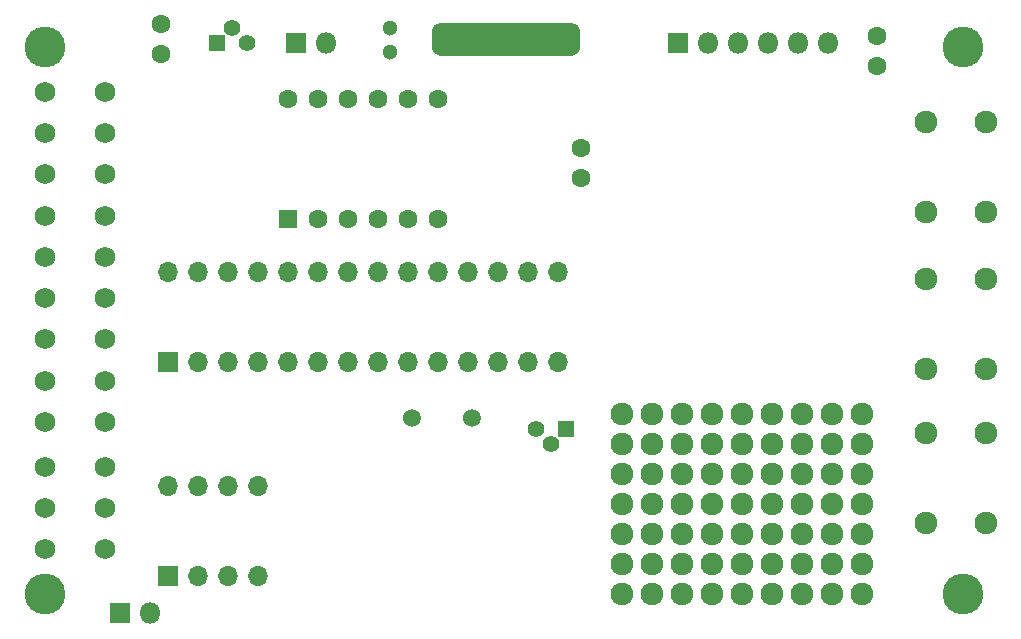
<source format=gbr>
%TF.GenerationSoftware,KiCad,Pcbnew,(5.1.6)-1*%
%TF.CreationDate,2021-02-06T11:25:37-03:00*%
%TF.ProjectId,GaroaRelogio,4761726f-6152-4656-9c6f-67696f2e6b69,rev?*%
%TF.SameCoordinates,Original*%
%TF.FileFunction,Soldermask,Bot*%
%TF.FilePolarity,Negative*%
%FSLAX46Y46*%
G04 Gerber Fmt 4.6, Leading zero omitted, Abs format (unit mm)*
G04 Created by KiCad (PCBNEW (5.1.6)-1) date 2021-02-06 11:25:37*
%MOMM*%
%LPD*%
G01*
G04 APERTURE LIST*
%ADD10C,1.928800*%
%ADD11R,1.600000X1.600000*%
%ADD12C,1.600000*%
%ADD13R,1.400000X1.400000*%
%ADD14C,1.400000*%
%ADD15C,1.522400*%
%ADD16R,1.800000X1.800000*%
%ADD17O,1.800000X1.800000*%
%ADD18C,1.300000*%
%ADD19R,1.700000X1.700000*%
%ADD20O,1.700000X1.700000*%
%ADD21C,1.751000*%
%ADD22C,3.452800*%
G04 APERTURE END LIST*
%TO.C,PAD*%
G36*
G01*
X131812500Y-61012500D02*
X131812500Y-59637500D01*
G75*
G02*
X132500000Y-58950000I687500J0D01*
G01*
X143725000Y-58950000D01*
G75*
G02*
X144412500Y-59637500I0J-687500D01*
G01*
X144412500Y-61012500D01*
G75*
G02*
X143725000Y-61700000I-687500J0D01*
G01*
X132500000Y-61700000D01*
G75*
G02*
X131812500Y-61012500I0J687500D01*
G01*
G37*
%TD*%
D10*
%TO.C,PAD*%
X168275000Y-107315000D03*
%TD*%
%TO.C,PAD*%
X150495000Y-107315000D03*
%TD*%
%TO.C,PAD*%
X153035000Y-107315000D03*
%TD*%
%TO.C,PAD*%
X163195000Y-107315000D03*
%TD*%
%TO.C,PAD*%
X160655000Y-107315000D03*
%TD*%
%TO.C,PAD*%
X147955000Y-107315000D03*
%TD*%
%TO.C,PAD*%
X165735000Y-107315000D03*
%TD*%
%TO.C,PAD*%
X158115000Y-107315000D03*
%TD*%
%TO.C,PAD*%
X155575000Y-107315000D03*
%TD*%
%TO.C,PAD*%
X168275000Y-104775000D03*
%TD*%
%TO.C,PAD*%
X150495000Y-104775000D03*
%TD*%
%TO.C,PAD*%
X153035000Y-104775000D03*
%TD*%
%TO.C,PAD*%
X163195000Y-104775000D03*
%TD*%
%TO.C,PAD*%
X160655000Y-104775000D03*
%TD*%
%TO.C,PAD*%
X147955000Y-104775000D03*
%TD*%
%TO.C,PAD*%
X165735000Y-104775000D03*
%TD*%
%TO.C,PAD*%
X158115000Y-104775000D03*
%TD*%
%TO.C,PAD*%
X155575000Y-104775000D03*
%TD*%
%TO.C,PAD*%
X168275000Y-102235000D03*
%TD*%
%TO.C,PAD*%
X150495000Y-102235000D03*
%TD*%
%TO.C,PAD*%
X153035000Y-102235000D03*
%TD*%
%TO.C,PAD*%
X163195000Y-102235000D03*
%TD*%
%TO.C,PAD*%
X160655000Y-102235000D03*
%TD*%
%TO.C,PAD*%
X147955000Y-102235000D03*
%TD*%
%TO.C,PAD*%
X165735000Y-102235000D03*
%TD*%
%TO.C,PAD*%
X158115000Y-102235000D03*
%TD*%
%TO.C,PAD*%
X155575000Y-102235000D03*
%TD*%
%TO.C,PAD*%
X168275000Y-99695000D03*
%TD*%
%TO.C,PAD*%
X150495000Y-99695000D03*
%TD*%
%TO.C,PAD*%
X153035000Y-99695000D03*
%TD*%
%TO.C,PAD*%
X163195000Y-99695000D03*
%TD*%
%TO.C,PAD*%
X160655000Y-99695000D03*
%TD*%
%TO.C,PAD*%
X147955000Y-99695000D03*
%TD*%
%TO.C,PAD*%
X165735000Y-99695000D03*
%TD*%
%TO.C,PAD*%
X158115000Y-99695000D03*
%TD*%
%TO.C,PAD*%
X155575000Y-99695000D03*
%TD*%
%TO.C,PAD*%
X168275000Y-97155000D03*
%TD*%
%TO.C,PAD*%
X150495000Y-97155000D03*
%TD*%
%TO.C,PAD*%
X153035000Y-97155000D03*
%TD*%
%TO.C,PAD*%
X163195000Y-97155000D03*
%TD*%
%TO.C,PAD*%
X160655000Y-97155000D03*
%TD*%
%TO.C,PAD*%
X147955000Y-97155000D03*
%TD*%
%TO.C,PAD*%
X165735000Y-97155000D03*
%TD*%
%TO.C,PAD*%
X158115000Y-97155000D03*
%TD*%
%TO.C,PAD*%
X155575000Y-97155000D03*
%TD*%
%TO.C,PAD*%
X168275000Y-94615000D03*
%TD*%
%TO.C,PAD*%
X150495000Y-94615000D03*
%TD*%
%TO.C,PAD*%
X153035000Y-94615000D03*
%TD*%
%TO.C,PAD*%
X155575000Y-94615000D03*
%TD*%
%TO.C,PAD*%
X158115000Y-94615000D03*
%TD*%
%TO.C,PAD*%
X165735000Y-94615000D03*
%TD*%
%TO.C,PAD*%
X147955000Y-94615000D03*
%TD*%
%TO.C,PAD*%
X160655000Y-94615000D03*
%TD*%
%TO.C,PAD*%
X163195000Y-94615000D03*
%TD*%
%TO.C,PAD*%
X168275000Y-92075000D03*
%TD*%
%TO.C,PAD*%
X165735000Y-92075000D03*
%TD*%
%TO.C,PAD*%
X163195000Y-92075000D03*
%TD*%
%TO.C,PAD*%
X160655000Y-92075000D03*
%TD*%
%TO.C,PAD*%
X158115000Y-92075000D03*
%TD*%
%TO.C,PAD*%
X155575000Y-92075000D03*
%TD*%
%TO.C,PAD*%
X153035000Y-92075000D03*
%TD*%
%TO.C,PAD*%
X150495000Y-92075000D03*
%TD*%
%TO.C,PAD*%
X147955000Y-92075000D03*
%TD*%
D11*
%TO.C,DSP1*%
X119697500Y-75565000D03*
D12*
X122237500Y-75565000D03*
X124777500Y-75565000D03*
X127317500Y-75565000D03*
X129857500Y-75565000D03*
X132397500Y-75565000D03*
X132397500Y-65405000D03*
X129857500Y-65405000D03*
X127317500Y-65405000D03*
X124777500Y-65405000D03*
X122237500Y-65405000D03*
X119697500Y-65405000D03*
%TD*%
D13*
%TO.C,Q1*%
X143192500Y-93345000D03*
D14*
X140652500Y-93345000D03*
X141922500Y-94615000D03*
%TD*%
D10*
%TO.C,SW1*%
X173672500Y-67310000D03*
X178752500Y-67310000D03*
X173672500Y-74930000D03*
X178752500Y-74930000D03*
%TD*%
D15*
%TO.C,X1*%
X130175000Y-92392500D03*
X135255000Y-92392500D03*
%TD*%
D16*
%TO.C,BZ1*%
X105410000Y-108902500D03*
D17*
X107950000Y-108902500D03*
%TD*%
D12*
%TO.C,C1*%
X144462500Y-72072500D03*
X144462500Y-69532500D03*
%TD*%
D18*
%TO.C,C2*%
X128270000Y-59372500D03*
X128270000Y-61372500D03*
%TD*%
D12*
%TO.C,C3*%
X108902500Y-59055000D03*
X108902500Y-61595000D03*
%TD*%
%TO.C,C7*%
X169545000Y-60007500D03*
X169545000Y-62547500D03*
%TD*%
D19*
%TO.C,CI1*%
X109537500Y-87630000D03*
D20*
X142557500Y-80010000D03*
X112077500Y-87630000D03*
X140017500Y-80010000D03*
X114617500Y-87630000D03*
X137477500Y-80010000D03*
X117157500Y-87630000D03*
X134937500Y-80010000D03*
X119697500Y-87630000D03*
X132397500Y-80010000D03*
X122237500Y-87630000D03*
X129857500Y-80010000D03*
X124777500Y-87630000D03*
X127317500Y-80010000D03*
X127317500Y-87630000D03*
X124777500Y-80010000D03*
X129857500Y-87630000D03*
X122237500Y-80010000D03*
X132397500Y-87630000D03*
X119697500Y-80010000D03*
X134937500Y-87630000D03*
X117157500Y-80010000D03*
X137477500Y-87630000D03*
X114617500Y-80010000D03*
X140017500Y-87630000D03*
X112077500Y-80010000D03*
X142557500Y-87630000D03*
X109537500Y-80010000D03*
%TD*%
D19*
%TO.C,CI2*%
X109537500Y-105727500D03*
D20*
X117157500Y-98107500D03*
X112077500Y-105727500D03*
X114617500Y-98107500D03*
X114617500Y-105727500D03*
X112077500Y-98107500D03*
X117157500Y-105727500D03*
X109537500Y-98107500D03*
%TD*%
D16*
%TO.C,P1*%
X152717500Y-60642500D03*
D17*
X155257500Y-60642500D03*
X157797500Y-60642500D03*
X160337500Y-60642500D03*
X162877500Y-60642500D03*
X165417500Y-60642500D03*
%TD*%
%TO.C,P2*%
X122872500Y-60642500D03*
D16*
X120332500Y-60642500D03*
%TD*%
D21*
%TO.C,R3*%
X104140000Y-96520000D03*
X99060000Y-96520000D03*
%TD*%
%TO.C,R7*%
X99060000Y-71755000D03*
X104140000Y-71755000D03*
%TD*%
%TO.C,R8*%
X99060000Y-85725000D03*
X104140000Y-85725000D03*
%TD*%
%TO.C,R9*%
X99060000Y-68262500D03*
X104140000Y-68262500D03*
%TD*%
%TO.C,R10*%
X99060000Y-82232500D03*
X104140000Y-82232500D03*
%TD*%
%TO.C,R11*%
X104140000Y-64770000D03*
X99060000Y-64770000D03*
%TD*%
%TO.C,R12*%
X104140000Y-78740000D03*
X99060000Y-78740000D03*
%TD*%
%TO.C,R13*%
X104140000Y-89217500D03*
X99060000Y-89217500D03*
%TD*%
%TO.C,R14*%
X104140000Y-75247500D03*
X99060000Y-75247500D03*
%TD*%
D10*
%TO.C,SW2*%
X178752500Y-88265000D03*
X173672500Y-88265000D03*
X178752500Y-80645000D03*
X173672500Y-80645000D03*
%TD*%
%TO.C,SW3*%
X173672500Y-93662500D03*
X178752500Y-93662500D03*
X173672500Y-101282500D03*
X178752500Y-101282500D03*
%TD*%
D21*
%TO.C,R5*%
X99060000Y-92710000D03*
X104140000Y-92710000D03*
%TD*%
D14*
%TO.C,CI3*%
X114935000Y-59372500D03*
X116205000Y-60642500D03*
D13*
X113665000Y-60642500D03*
%TD*%
D21*
%TO.C,R15*%
X99060000Y-100012500D03*
X104140000Y-100012500D03*
%TD*%
%TO.C,R16*%
X104140000Y-103505000D03*
X99060000Y-103505000D03*
%TD*%
D22*
%TO.C,Z1*%
X99060000Y-60960000D03*
%TD*%
%TO.C,Z2*%
X99060000Y-107315000D03*
%TD*%
%TO.C,Z3*%
X176847500Y-60960000D03*
%TD*%
%TO.C,Z4*%
X176847500Y-107315000D03*
%TD*%
M02*

</source>
